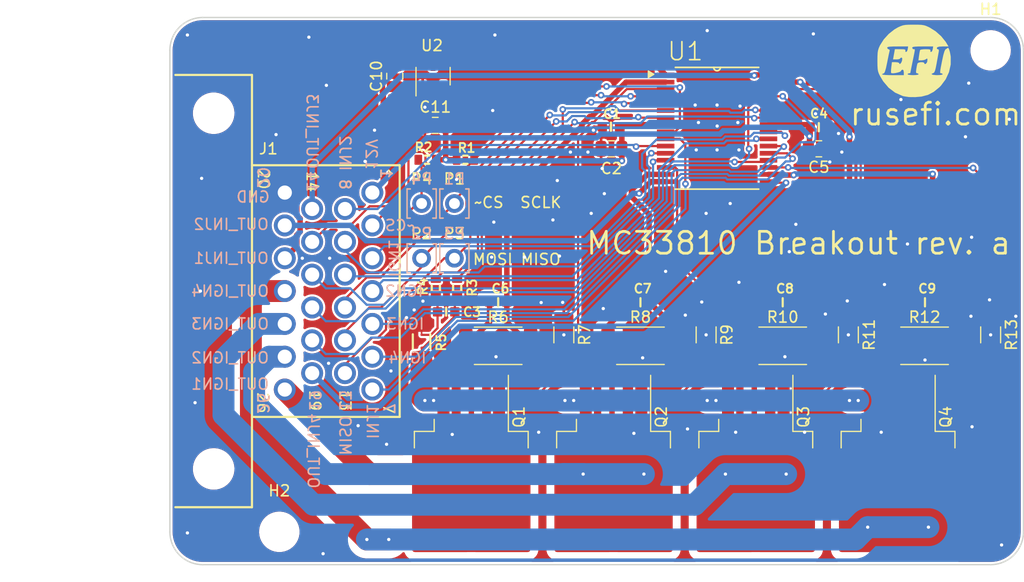
<source format=kicad_pcb>
(kicad_pcb (version 20221018) (generator pcbnew)
  (title_block (title "GDI 4ch") (date "2023-05-14") (rev "Rev. d") (company "http://rusefi.com/"))
  (layers (0 "F.Cu" signal) (31 "B.Cu" signal) (34 "B.Paste" user) (35 "F.Paste" user) (36 "B.SilkS" user "B.Silkscreen") (37 "F.SilkS" user "F.Silkscreen") (38 "B.Mask" user) (39 "F.Mask" user) (44 "Edge.Cuts" user))
  (net 0 "")
  (net 1 "GND")
  (net 2 "Net-(C3-Pad1)")
  (net 3 "Net-(C3-Pad2)")
  (net 4 "/OUT_IGN1")
  (net 5 "Net-(U1-FB0)")
  (net 6 "/OUT_IGN2")
  (net 7 "Net-(U1-FB1)")
  (net 8 "/OUT_IGN3")
  (net 9 "Net-(U1-FB2)")
  (net 10 "/OUT_IGN4")
  (net 11 "Net-(U1-FB3)")
  (net 12 "/IGN1")
  (net 13 "/IGN2")
  (net 14 "/IGN3")
  (net 15 "/IGN4")
  (net 16 "/INJ1")
  (net 17 "/INJ2")
  (net 18 "/INJ3")
  (net 19 "/INJ4")
  (net 20 "/~CS")
  (net 21 "/~OUTEN")
  (net 22 "/~SPKDUR")
  (net 23 "/NOMI")
  (net 24 "/MAXI")
  (net 25 "/OUT_INJ4")
  (net 26 "/OUT_INJ3")
  (net 27 "/OUT_INJ2")
  (net 28 "/OUT_INJ1")
  (net 29 "Net-(Q1-E)")
  (net 30 "Net-(U1-RSP)")
  (net 31 "Net-(U1-RSN)")
  (net 32 "+BATT")
  (net 33 "+3.3V")
  (net 34 "Net-(Q3-G)")
  (net 35 "Net-(Q4-G)")
  (net 36 "Net-(Q2-G)")
  (net 37 "Net-(Q1-G)")
  (net 38 "/SCLK")
  (net 39 "/MISO")
  (net 40 "/MOSI")
  (footprint "kicad6-libraries:rusefi_logo" (layer "F.Cu") (at 138 98)
    (fp_text reference "G1" hide)
    (fp_text value "RUSEFI_LOGO" hide)
  )
  (footprint "Package_TO_SOT_SMD:TO-263-2" (layer "F.Cu") (at 123.54 136.65 -90)
    (fp_text reference "Q3")
    (fp_text value "ISL9V3040S3S")
  )
  (footprint "Package_TO_SOT_SMD:SOT-23-3" (layer "F.Cu") (at 94.05 99.3625 90)
    (fp_text reference "U2")
    (fp_text value "XC6206P332MR")
  )
  (footprint "Resistor_SMD:R_2512_6332Metric" (layer "F.Cu") (at 126 124)
    (fp_text reference "R10")
    (fp_text value "36k")
  )
  (footprint "Connectors:6473423-1" (layer "F.Cu") (at 74 119 -90)
    (fp_text reference "J1")
    (fp_text value "6473423-1")
  )
  (footprint "Capacitor_SMD:C_0805_2012Metric" (layer "F.Cu") (at 94.25 103.8625)
    (fp_text reference "C11")
    (fp_text value "10u")
  )
  (footprint "Package_TO_SOT_SMD:TO-263-2" (layer "F.Cu") (at 110.54 136.65 -90)
    (fp_text reference "Q2")
    (fp_text value "ISL9V3040S3S")
  )
  (footprint "hellen-one-common:R0603" (layer "F.Cu") (at 93.5 107)
    (fp_text reference "R2")
    (fp_text value "10k" hide)
  )
  (footprint "kicad6-libraries:Shunt_1206" (layer "F.Cu") (at 93 123.59998 90)
    (fp_text reference "R5")
    (fp_text value "0.02" hide)
  )
  (footprint "hellen-one-common:PAD-TH" (layer "F.Cu") (at 93 116)
    (fp_text reference "P2")
    (fp_text value "Pad" hide)
  )
  (footprint "hellen-one-common:R0603" (layer "F.Cu") (at 96.249046 118.7 -90)
    (fp_text reference "R3")
    (fp_text value "100" hide)
  )
  (footprint "Resistor_SMD:R_1206_3216Metric" (layer "F.Cu") (at 106 123 90)
    (fp_text reference "R7")
    (fp_text value "4.02k")
  )
  (footprint "Package_TO_SOT_SMD:TO-263-2" (layer "F.Cu") (at 97.54 136.65 -90)
    (fp_text reference "Q1")
    (fp_text value "ISL9V3040S3S")
  )
  (footprint "hellen-one-common:R0603" (layer "F.Cu") (at 97 107 180)
    (fp_text reference "R1")
    (fp_text value "10k" hide)
  )
  (footprint "Resistor_SMD:R_2512_6332Metric" (layer "F.Cu") (at 138.9625 124)
    (fp_text reference "R12")
    (fp_text value "36k")
  )
  (footprint "Package_TO_SOT_SMD:TO-263-2" (layer "F.Cu") (at 136.54 136.65 -90)
    (fp_text reference "Q4")
    (fp_text value "ISL9V3040S3S")
  )
  (footprint "hellen-one-common:C0603" (layer "F.Cu") (at 139 120)
    (fp_text reference "C9")
    (fp_text value "100n" hide)
  )
  (footprint "hellen-one-common:C0603" (layer "F.Cu") (at 100 120)
    (fp_text reference "C6")
    (fp_text value "100n" hide)
  )
  (footprint "hellen-one-common:PAD-TH" (layer "F.Cu") (at 93 111)
    (fp_text reference "P4")
    (fp_text value "Pad" hide)
  )
  (footprint "Capacitor_SMD:C_0805_2012Metric" (layer "F.Cu") (at 90.55 99.3625 90)
    (fp_text reference "C10")
    (fp_text value "10u")
  )
  (footprint "Resistor_SMD:R_1206_3216Metric" (layer "F.Cu") (at 119 123 90)
    (fp_text reference "R9")
    (fp_text value "4.02k")
  )
  (footprint "hellen-one-common:C0603" (layer "F.Cu") (at 113 120)
    (fp_text reference "C7")
    (fp_text value "100n" hide)
  )
  (footprint "hellen-one-common:PAD-TH" (layer "F.Cu") (at 96 111)
    (fp_text reference "P1")
    (fp_text value "Pad" hide)
  )
  (footprint "Capacitor_SMD:C_0805_2012Metric" (layer "F.Cu") (at 129.301 106 180)
    (fp_text reference "C5")
    (fp_text value "10u")
  )
  (footprint "hellen-one-common:C0603" (layer "F.Cu") (at 126 120)
    (fp_text reference "C8")
    (fp_text value "100n" hide)
  )
  (footprint "hellen-one-common:PAD-TH" (layer "F.Cu") (at 96 116)
    (fp_text reference "P3")
    (fp_text value "Pad" hide)
  )
  (footprint "Resistor_SMD:R_2512_6332Metric" (layer "F.Cu") (at 113 124)
    (fp_text reference "R8")
    (fp_text value "36k")
  )
  (footprint "Capacitor_SMD:C_0805_2012Metric" (layer "F.Cu") (at 110.351 106)
    (fp_text reference "C2")
    (fp_text value "10u")
  )
  (footprint "hellen-one-common:C0603" (layer "F.Cu") (at 110.301 104 180)
    (fp_text reference "C1")
    (fp_text value "100n" hide)
  )
  (footprint "hellen-one-common:R0603" (layer "F.Cu") (at 94.3 118.7 -90)
    (fp_text reference "R4")
    (fp_text value "100" hide)
  )
  (footprint "MountingHole:MountingHole_3.2mm_M3_ISO14580" (layer "F.Cu") (at 145 97)
    (fp_text reference "H1")
    (fp_text value "M3")
  )
  (footprint "Resistor_SMD:R_1206_3216Metric" (layer "F.Cu") (at 145 123 90)
    (fp_text reference "R13")
    (fp_text value "4.02k")
  )
  (footprint "MountingHole:MountingHole_3.2mm_M3_ISO14580" (layer "F.Cu") (at 80 141)
    (fp_text reference "H2")
    (fp_text value "M3")
  )
  (footprint "kicad6-libraries:Mcz33810" (layer "F.Cu") (at 120 104.1232)
    (fp_text reference "U1")
    (fp_text value "MCZ33810EK" hide)
  )
  (footprint "Resistor_SMD:R_1206_3216Metric" (layer "F.Cu") (at 132 123 90)
    (fp_text reference "R11")
    (fp_text value "4.02k")
  )
  (footprint "Resistor_SMD:R_2512_6332Metric" (layer "F.Cu") (at 100 124)
    (fp_text reference "R6")
    (fp_text value "36k")
  )
  (footprint "hellen-one-common:C0603" (layer "F.Cu") (at 95.249046 120.9 180)
    (fp_text reference "C3")
    (fp_text value "100p" hide)
  )
  (footprint "hellen-one-common:C0603" (layer "F.Cu") (at 129.301 104)
    (fp_text reference "C4")
    (fp_text value "100n" hide)
  )
  (gr_line (start 70 141) (end 70 97) (stroke (width 0.127)) (layer "Edge.Cuts"))
  (gr_arc (start 145 94) (mid 147.12132 94.87868) (end 148 97) (stroke (width 0.127)) (layer "Edge.Cuts"))
  (gr_arc (start 73 144) (mid 70.87868 143.12132) (end 70 141) (stroke (width 0.127)) (layer "Edge.Cuts"))
  (gr_line (start 148 97) (end 148 141) (stroke (width 0.127)) (layer "Edge.Cuts"))
  (gr_arc (start 70 97) (mid 70.87868 94.87868) (end 73 94) (stroke (width 0.127)) (layer "Edge.Cuts"))
  (gr_line (start 145 144) (end 73 144) (stroke (width 0.127)) (layer "Edge.Cuts"))
  (gr_line (start 73 94) (end 145 94) (stroke (width 0.127)) (layer "Edge.Cuts"))
  (gr_arc (start 148 141) (mid 147.12132 143.12132) (end 145 144) (stroke (width 0.127)) (layer "Edge.Cuts"))
  (gr_text "OUT_IGN3" (at 75.5 122) (layer "B.SilkS") (effects (font (size 1 1)) (justify mirror)))
  (gr_text "MISO" (at 86 132.2 -90) (layer "B.SilkS") (effects (font (size 1 1)) (justify mirror)))
  (gr_text "OUT_INJ2" (at 75.6 112.9) (layer "B.SilkS") (effects (font (size 1 1)) (justify mirror)))
  (gr_text "IGN4" (at 91.7 125.1) (layer "B.SilkS") (effects (font (size 1 1)) (justify mirror)))
  (gr_text "IGN3" (at 91.5 122) (layer "B.SilkS") (effects (font (size 1 1)) (justify mirror)))
  (gr_text "OUT_INJ4" (at 83.1 133.6 -90) (layer "B.SilkS") (effects (font (size 1 1)) (justify mirror)))
  (gr_text "GND" (at 77.6 110.4) (layer "B.SilkS") (effects (font (size 1 1)) (justify mirror)))
  (gr_text "OUT_INJ3" (at 83 104.4 -90) (layer "B.SilkS") (effects (font (size 1 1)) (justify mirror)))
  (gr_text "IGN1" (at 90.5 116 -90) (layer "B.SilkS") (effects (font (size 1 1)) (justify mirror)))
  (gr_text "INJ2" (at 86 106.4 -90) (layer "B.SilkS") (effects (font (size 1 1)) (justify mirror)))
  (gr_text "OUT_IGN4" (at 75.5 119) (layer "B.SilkS") (effects (font (size 1 1)) (justify mirror)))
  (gr_text "INJ1" (at 88.5 130.9 -90) (layer "B.SilkS") (effects (font (size 1 1)) (justify mirror)))
  (gr_text "12V" (at 88.4 106.5 -90) (layer "B.SilkS") (effects (font (size 1 1)) (justify mirror)))
  (gr_text "~CS" (at 91 113) (layer "B.SilkS") (effects (font (size 1 1)) (justify mirror)))
  (gr_text "IGN2" (at 91.4 119) (layer "B.SilkS") (effects (font (size 1 1)) (justify mirror)))
  (gr_text "OUT_IGN2" (at 75.5 125.1) (layer "B.SilkS") (effects (font (size 1 1)) (justify mirror)))
  (gr_text "OUT_INJ1" (at 75.6 116) (layer "B.SilkS") (effects (font (size 1 1)) (justify mirror)))
  (gr_text "OUT_IGN1" (at 75.5 127.5) (layer "B.SilkS") (effects (font (size 1 1)) (justify mirror)))
  (gr_text "MC33810 Breakout rev. a" (at 107.9 115.8) (layer "F.SilkS") (effects (font (size 2 2) (thickness 0.25)) (justify left bottom)))
  (gr_text "rusefi.com" (at 132 104) (layer "F.SilkS") (effects (font (size 2 2) (thickness 0.25)) (justify left bottom)))
  (gr_text "~CS  SCLK" (at 101.8 110.9) (layer "F.SilkS") (effects (font (size 1 1))))
  (gr_text "MOSI MISO" (at 101.7 116.1) (layer "F.SilkS") (effects (font (size 1 1))))
  (segment (start 118 102) (end 119.919394 103.919394) (width 0.2) (layer "F.Cu") (net 1))
  (segment (start 120 104.2) (end 118.1 106.1) (width 0.2) (layer "F.Cu") (net 1))
  (segment (start 120.6 103.6) (end 121.9 103.6) (width 0.2) (layer "F.Cu") (net 1))
  (segment (start 120 104.1232) (end 120 103.929288) (width 0.2) (layer "F.Cu") (net 1))
  (segment (start 120 104.1232) (end 120 102) (width 0.2) (layer "F.Cu") (net 1))
  (segment (start 119.919394 103.919394) (end 120.009894 103.919394) (width 0.2) (layer "F.Cu") (net 1))
  (segment (start 120 104.1232) (end 120 106.1) (width 0.2) (layer "F.Cu") (net 1))
  (segment (start 120 104.1232) (end 120 104.2) (width 0.2) (layer "F.Cu") (net 1))
  (segment (start 120 104.1232) (end 120.5232 103.6) (width 0.2) (layer "F.Cu") (net 1))
  (segment (start 120.0232 104.1232) (end 122 106.1) (width 0.2) (layer "F.Cu") (net 1))
  (segment (start 120 104.1232) (end 120.0768 104.1232) (width 0.2) (layer "F.Cu") (net 1))
  (segment (start 120.5232 103.6) (end 120.6 103.6) (width 0.2) (layer "F.Cu") (net 1))
  (segment (start 120 104.1232) (end 118.8232 104.1232) (width 0.2) (layer "F.Cu") (net 1))
  (segment (start 120 103.929288) (end 120.009894 103.919394) (width 0.2) (layer "F.Cu") (net 1))
  (segment (start 120.0768 104.1232) (end 122.1 102.1) (width 0.2) (layer "F.Cu") (net 1))
  (segment (start 120 104.1232) (end 120.0232 104.1232) (width 0.2) (layer "F.Cu") (net 1))
  (segment (start 118.8232 104.1232) (end 118.3 103.6) (width 0.2) (layer "F.Cu") (net 1))
  (segment (start 120.0768 104.1232) (end 120.6 103.6) (width 0.2) (layer "F.Cu") (net 1))
  (via (at 87.836181 107.15) (size 0.6) (drill 0.3) (layers "F.Cu" "B.Cu") (net 1))
  (via (at 143.3 131.4) (size 0.6) (drill 0.3) (layers "F.Cu" "B.Cu") (net 1))
  (via (at 108.7 104.3) (size 0.6) (drill 0.3) (layers "F.Cu" "B.Cu") (net 1))
  (via (at 109.6 120.6) (size 0.6) (drill 0.3) (layers "F.Cu" "B.Cu") (net 1))
  (via (at 103.926875 120.05) (size 0.6) (drill 0.3) (layers "F.Cu" "B.Cu") (net 1))
  (via (at 142.7 104.9) (size 0.6) (drill 0.3) (layers "F.Cu" "B.Cu") (net 1))
  (via (at 121.2 111) (size 0.6) (drill 0.3) (layers "F.Cu" "B.Cu") (net 1))
  (via (at 99.8 125) (size 0.6) (drill 0.3) (layers "F.Cu" "B.Cu") (net 1))
  (via (at 91.622792 121.422792) (size 0.6) (drill 0.3) (layers "F.Cu" "B.Cu") (net 1))
  (via (at 84 143) (size 0.6) (drill 0.3) (layers "F.Cu" "B.Cu") (net 1))
  (via (at 92.322792 120.722792) (size 0.6) (drill 0.3) (layers "F.Cu" "B.Cu") (net 1))
  (via (at 129.9 121.1) (size 0.6) (drill 0.3) (layers "F.Cu" "B.Cu") (net 1))
  (via (at 119 123) (size 0.6) (drill 0.3) (layers "F.Cu" "B.Cu") (net 1))
  (via (at 128.8 95.5) (size 0.6) (drill 0.3) (layers "F.Cu" "B.Cu") (net 1))
  (via (at 72.3 129.2) (size 0.6) (drill 0.3) (layers "F.Cu" "B.Cu") (net 1))
  (via (at 72.9 108.7) (size 0.6) (drill 0.3) (layers "F.Cu" "B.Cu") (net 1))
  (via (at 71.6 141.1) (size 0.6) (drill 0.3) (layers "F.Cu" "B.Cu") (net 1))
  (via (at 71.6 95.6) (size 0.6) (drill 0.3) (layers "F.Cu" "B.Cu") (net 1))
  (via (at 105.6 115.8) (size 0.6) (drill 0.3) (layers "F.Cu" "B.Cu") (net 1))
  (via (at 126.6 115.4) (size 0.6) (drill 0.3) (layers "F.Cu" "B.Cu") (net 1))
  (via (at 115.3 117.2) (size 0.6) (drill 0.3) (layers "F.Cu" "B.Cu") (net 1))
  (via (at 129 102.8) (size 0.6) (drill 0.3) (layers "F.Cu" "B.Cu") (net 1))
  (via (at 109.7 110.1) (size 0.6) (drill 0.3) (layers "F.Cu" "B.Cu") (net 1))
  (via (at 99.7 95.6) (size 0.6) (drill 0.3) (layers "F.Cu" "B.Cu") (net 1))
  (via (at 82.7 95.8) (size 0.6) (drill 0.3) (layers "F.Cu" "B.Cu") (net 1))
  (via (at 126.2 125) (size 0.6) (drill 0.3) (layers "F.Cu" "B.Cu") (net 1))
  (via (at 99.5 102.5) (size 0.6) (drill 0.3) (layers "F.Cu" "B.Cu") (net 1))
  (via (at 131.9 119.9) (size 0.6) (drill 0.3) (layers "F.Cu" "B.Cu") (net 1))
  (via (at 120 106.1) (size 0.6) (drill 0.3) (layers "F.Cu" "B.Cu") (net 1))
  (via (at 122 106.1) (size 0.6) (drill 0.3) (layers "F.Cu" "B.Cu") (net 1))
  (via (at 146.7 103.3) (size 0.6) (drill 0.3) (layers "F.Cu" "B.Cu") (net 1))
  (via (at 143.261586 114.081666) (size 0.6) (drill 0.3) (layers "F.Cu" "B.Cu") (net 1))
  (via (at 105.4 108.9) (size 0.6) (drill 0.3) (layers "F.Cu" "B.Cu") (net 1))
  (via (at 143.2 121.3) (size 0.6) (drill 0.3) (layers "F.Cu" "B.Cu") (net 1))
  (via (at 128 131.9) (size 0.6) (drill 0.3) (layers "F.Cu" "B.Cu") (net 1))
  (via (at 120 102) (size 0.6) (drill 0.3) (layers "F.Cu" "B.Cu") (net 1))
  (via (at 135 131.9) (size 0.6) (drill 0.3) (layers "F.Cu" "B.Cu") (net 1))
  (via (at 109.5 107.8) (size 0.6) (drill 0.3) (layers "F.Cu" "B.Cu") (net 1))
  (via (at 105.892726 120.034481) (size 0.6) (drill 0.3) (layers "F.Cu" "B.Cu") (net 1))
  (via (at 146 142.2) (size 0.6) (drill 0.3) (layers "F.Cu" "B.Cu") (net 1))
  (via (at 121.9 103.6) (size 0.6) (drill 0.3) (layers "F.Cu" "B.Cu") (net 1))
  (via (at 84.5 125.6) (size 0.6) (drill 0.3) (layers "F.Cu" "B.Cu") (net 1))
  (via (at 139 125.3) (size 0.6) (drill 0.3) (layers "F.Cu" "B.Cu") (net 1))
  (via (at 106.600002 106.3) (size 0.6) (drill 0.3) (layers "F.Cu" "B.Cu") (net 1))
  (via (at 135.3 118.4) (size 0.6) (drill 0.3) (layers "F.Cu" "B.Cu") (net 1))
  (via (at 143 100) (size 0.6) (drill 0.3) (layers "F.Cu" "B.Cu") (net 1))
  (via (at 122.1 102.1) (size 0.6) (drill 0.3) (layers "F.Cu" "B.Cu") (net 1))
  (via (at 90.2 126.3) (size 0.6) (drill 0.3) (layers "F.Cu" "B.Cu") (net 1))
  (via (at 93.3 102.2) (size 0.6) (drill 0.3) (layers "F.Cu" "B.Cu") (net 1))
  (via (at 145 123) (size 0.6) (drill 0.3) (layers "F.Cu" "B.Cu") (net 1))
  (via (at 118 102) (size 0.6) (drill 0.3) (layers "F.Cu" "B.Cu") (net 1))
  (via (at 102.4 115.9) (size 0.6) (drill 0.3) (layers "F.Cu" "B.Cu") (net 1))
  (via (at 117.1 121.2) (size 0.6) (drill 0.3) (layers "F.Cu" "B.Cu") (net 1))
  (via (at 108.5 111.9) (size 0.6) (drill 0.3) (layers "F.Cu" "B.Cu") (net 1))
  (via (at 95.8 132.1) (size 0.6) (drill 0.3) (layers "F.Cu" "B.Cu") (net 1))
  (via (at 112.4 132) (size 0.6) (drill 0.3) (layers "F.Cu" "B.Cu") (net 1))
  (via (at 117.3 131.6) (size 0.6) (drill 0.3) (layers "F.Cu" "B.Cu") (net 1))
  (via (at 119 111.9) (size 0.6) (drill 0.3) (layers "F.Cu" "B.Cu") (net 1))
  (via (at 132 123) (size 0.6) (drill 0.3) (layers "F.Cu" "B.Cu") (net 1))
  (via (at 87.2 131.3) (size 0.6) (drill 0.3) (layers "F.Cu" "B.Cu") (net 1))
  (via (at 84.3 100.2) (size 0.6) (drill 0.3) (layers "F.Cu" "B.Cu") (net 1))
  (via (at 130.3 107.2) (size 0.6) (drill 0.3) (layers "F.Cu" "B.Cu") (net 1))
  (via (at 99.4 115.9) (size 0.6) (drill 0.3) (layers "F.Cu" "B.Cu") (net 1))
  (via (at 99.6 112.7) (size 0.6) (drill 0.3) (layers "F.Cu" "B.Cu") (net 1))
  (via (at 118.1 106.1) (size 0.6) (drill 0.3) (layers "F.Cu" "B.Cu") (net 1))
  (via (at 131.1 104.6) (size 0.6) (drill 0.3) (layers "F.Cu" "B.Cu") (net 1))
  (via (at 121.7 131.9) (size 0.6) (drill 0.3) (layers "F.Cu" "B.Cu") (net 1))
  (via (at 82.1 116) (size 0.6) (drill 0.3) (layers "F.Cu" "B.Cu") (net 1))
  (via (at 147.3 121.3) (size 0.6) (drill 0.3) (layers "F.Cu" "B.Cu") (net 1))
  (via (at 127.2 112.9) (size 0.6) (drill 0.3) (layers "F.Cu" "B.Cu") (net 1))
  (via (at 136.8 101.5) (size 0.6) (drill 0.3) (layers "F.Cu" "B.Cu") (net 1))
  (via (at 84.6 116) (size 0.6) (drill 0.3) (layers "F.Cu" "B.Cu") (net 1))
  (via (at 144.9 119.8) (size 0.6) (drill 0.3) (layers "F.Cu" "B.Cu") (net 1))
  (via (at 79.7 104.7) (size 0.6) (drill 0.3) (layers "F.Cu" "B.Cu") (net 1))
  (via (at 137.4 114.7) (size 0.6) (drill 0.3) (layers "F.Cu" "B.Cu") (net 1))
  (via (at 119.1 95.2) (size 0.6) (drill 0.3) (layers "F.Cu" "B.Cu") (net 1))
  (via (at 93.122792 119.922792) (size 0.6) (drill 0.3) (layers "F.Cu" "B.Cu") (net 1))
  (via (at 103.7 131.9) (size 0.6) (drill 0.3) (layers "F.Cu" "B.Cu") (net 1))
  (via (at 120.009894 103.919394) (size 0.6) (drill 0.3) (layers "F.Cu" "B.Cu") (net 1))
  (via (at 72.7875 119) (size 0.6) (drill 0.3) (layers "F.Cu" "B.Cu") (net 1))
  (via (at 96.2 108.8) (size 0.6) (drill 0.3) (layers "F.Cu" "B.Cu") (net 1))
  (via (at 118.6 120) (size 0.6) (drill 0.3) (layers "F.Cu" "B.Cu") (net 1))
  (via (at 88.7 104.3) (size 0.6) (drill 0.3) (layers "F.Cu" "B.Cu") (net 1))
  (via (at 106 123) (size 0.6) (drill 0.3) (layers "F.Cu" "B.Cu") (net 1))
  (via (at 118.3 103.6) (size 0.6) (drill 0.3) (layers "F.Cu" "B.Cu") (net 1))
  (via (at 122 118.2) (size 0.6) (drill 0.3) (layers "F.Cu" "B.Cu") (net 1))
  (via (at 89.8 133) (size 0.6) (drill 0.3) (layers "F.Cu" "B.Cu") (net 1))
  (via (at 108.2 106.3) (size 0.6) (drill 0.3) (layers "F.Cu" "B.Cu") (net 1))
  (via (at 131.4 106.3) (size 0.6) (drill 0.3) (layers "F.Cu" "B.Cu") (net 1))
  (via (at 105 112.5) (size 0.6) (drill 0.3) (layers "F.Cu" "B.Cu") (net 1))
  (via (at 113.2 125.1) (size 0.6) (drill 0.3) (layers "F.Cu" "B.Cu") (net 1))
  (segment (start 96.039047 120.9) (end 96.039047 119.709999) (width 0.2) (layer "F.Cu") (net 2))
  (segment (start 96.039047 119.709999) (end 96.249046 119.5) (width 0.2) (layer "F.Cu") (net 2))
  (segment (start 93.163797 124.17498) (end 93 124.17498) (width 0.2) (layer "F.Cu") (net 2))
  (segment (start 96.039047 121.29973) (end 93.163797 124.17498) (width 0.2) (layer "F.Cu") (net 2))
  (segment (start 96.039047 120.9) (end 96.039047 121.29973) (width 0.2) (layer "F.Cu") (net 2))
  (segment (start 94.459045 120.9) (end 94.459045 119.659045) (width 0.2) (layer "F.Cu") (net 3))
  (segment (start 94.459045 122.384758) (end 94.459045 120.9) (width 0.2) (layer "F.Cu") (net 3))
  (segment (start 93 123) (end 93.843803 123) (width 0.2) (layer "F.Cu") (net 3))
  (segment (start 94.459045 119.659045) (end 94.3 119.5) (width 0.2) (layer "F.Cu") (net 3))
  (segment (start 93.843803 123) (end 94.459045 122.384758) (width 0.2) (layer "F.Cu") (net 3))
  (segment (start 80.5 128) (end 88.225 135.725) (width 2) (layer "F.Cu") (net 4))
  (segment (start 97.55 124.5125) (end 97.55 132.94) (width 0.5) (layer "F.Cu") (net 4))
  (segment (start 99.209999 120) (end 99.209999 121.827501) (width 0.5) (layer "F.Cu") (net 4))
  (segment (start 97.55 132.94) (end 94.765 135.725) (width 0.5) (layer "F.Cu") (net 4))
  (segment (start 88.225 135.725) (end 94.765 135.725) (width 2) (layer "F.Cu") (net 4))
  (segment (start 99.209999 121.827501) (end 97.0375 124) (width 0.5) (layer "F.Cu") (net 4))
  (segment (start 97.0375 124) (end 97.55 124.5125) (width 0.5) (layer "F.Cu") (net 4))
  (segment (start 107.65 103.940351) (end 107.65 103.765075) (width 0.5) (layer "F.Cu") (net 5))
  (segment (start 100.790001 120) (end 100.790001 121.827501) (width 0.5) (layer "F.Cu") (net 5))
  (segment (start 100.790001 121.827501) (end 102.9625 124) (width 0.5) (layer "F.Cu") (net 5))
  (segment (start 108.540351 103.05) (end 111.683551 99.9068) (width 0.5) (layer "F.Cu") (net 5))
  (segment (start 103.425 124.4625) (end 102.9625 124) (width 0.5) (layer "F.Cu") (net 5))
  (segment (start 111.683551 99.9068) (end 115.301 99.9068) (width 0.5) (layer "F.Cu") (net 5))
  (segment (start 106 124.4625) (end 103.425 124.4625) (width 0.5) (layer "F.Cu") (net 5))
  (segment (start 100.790001 120) (end 100.790001 110.80035) (width 0.5) (layer "F.Cu") (net 5))
  (segment (start 108.365076 103.05) (end 108.540351 103.05) (width 0.5) (layer "F.Cu") (net 5))
  (segment (start 100.790001 110.80035) (end 107.65 103.940351) (width 0.5) (layer "F.Cu") (net 5))
  (segment (start 107.65 103.765075) (end 108.365076 103.05) (width 0.5) (layer "F.Cu") (net 5))
  (segment (start 110.0375 122.172499) (end 110.0375 124) (width 0.5) (layer "F.Cu") (net 6))
  (segment (start 110.4 133.09) (end 107.765 135.725) (width 0.5) (layer "F.Cu") (net 6))
  (segment (start 110.0375 124) (end 110.4 124.3625) (width 0.5) (layer "F.Cu") (net 6))
  (segment (start 110.4 124.3625) (end 110.4 133.09) (width 0.5) (layer "F.Cu") (net 6))
  (segment (start 112.209999 120) (end 110.0375 122.172499) (width 0.5) (layer "F.Cu") (net 6))
  (via (at 107.765 135.725) (size 0.6) (drill 0.3) (layers "F.Cu" "B.Cu") (net 6))
  (via (at 113.315 135.725) (size 0.6) (drill 0.3) (layers "F.Cu" "B.Cu") (net 6))
  (segment (start 77.7 129.159798) (end 84.265202 135.725) (width 2) (layer "B.Cu") (net 6))
  (segment (start 80.5 125) (end 79.085787 125) (width 2) (layer "B.Cu") (net 6))
  (segment (start 106 135.725) (end 113.315 135.725) (width 2) (layer "B.Cu") (net 6))
  (segment (start 106 135.725) (end 107.765 135.725) (width 2) (layer "B.Cu") (net 6))
  (segment (start 77.7 126.385787) (end 77.7 129.159798) (width 2) (layer "B.Cu") (net 6))
  (segment (start 79.085787 125) (end 77.7 126.385787) (width 2) (layer "B.Cu") (net 6))
  (segment (start 84.265202 135.725) (end 106 135.725) (width 2) (layer "B.Cu") (net 6))
  (segment (start 112.178682 110.368632) (end 112.178682 109.788732) (width 0.5) (layer "F.Cu") (net 7))
  (segment (start 115.9625 122.172499) (end 115.9625 124) (width 0.5) (layer "F.Cu") (net 7))
  (segment (start 113.790001 120) (end 115.9625 122.172499) (width 0.5) (layer "F.Cu") (net 7))
  (segment (start 113.790001 120) (end 113.790001 111.979951) (width 0.5) (layer "F.Cu") (net 7))
  (segment (start 113.627814 108.3396) (end 115.301 108.3396) (width 0.5) (layer "F.Cu") (net 7))
  (segment (start 112.178682 109.788732) (end 113.627814 108.3396) (width 0.5) (layer "F.Cu") (net 7))
  (segment (start 113.790001 111.979951) (end 112.178682 110.368632) (width 0.5) (layer "F.Cu") (net 7))
  (segment (start 119 124.4625) (end 116.425 124.4625) (width 0.5) (layer "F.Cu") (net 7))
  (segment (start 116.425 124.4625) (end 115.9625 124) (width 0.5) (layer "F.Cu") (net 7))
  (segment (start 125.209999 120) (end 123.0375 122.172499) (width 0.5) (layer "F.Cu") (net 8))
  (segment (start 123.4 124.3625) (end 123.4 133.09) (width 0.5) (layer "F.Cu") (net 8))
  (segment (start 123.4 133.09) (end 120.765 135.725) (width 0.5) (layer "F.Cu") (net 8))
  (segment (start 123.0375 124) (end 123.4 124.3625) (width 0.5) (layer "F.Cu") (net 8))
  (segment (start 123.0375 122.172499) (end 123.0375 124) (width 0.5) (layer "F.Cu") (net 8))
  (via (at 126.315 135.725) (size 0.6) (drill 0.3) (layers "F.Cu" "B.Cu") (net 8))
  (via (at 120.765 135.725) (size 0.6) (drill 0.3) (layers "F.Cu" "B.Cu") (net 8))
  (segment (start 74.9 125.225989) (end 74.9 130.319596) (width 2) (layer "B.Cu") (net 8))
  (segment (start 78.125989 122) (end 74.9 125.225989) (width 2) (layer "B.Cu") (net 8))
  (segment (start 117.965 138.525) (end 119.395 137.095) (width 2) (layer "B.Cu") (net 8))
  (segment (start 74.9 130.319596) (end 83.105404 138.525) (width 2) (layer "B.Cu") (net 8))
  (segment (start 119.395 137.095) (end 120.765 135.725) (width 2) (layer "B.Cu") (net 8))
  (segment (start 83.105404 138.525) (end 117.965 138.525) (width 2) (layer "B.Cu") (net 8))
  (segment (start 80.5 122) (end 78.125989 122) (width 2) (layer "B.Cu") (net 8))
  (segment (start 120.765 135.725) (end 126.315 135.725) (width 2) (layer "B.Cu") (net 8))
  (segment (start 124.7058 99.9) (end 124.699 99.9068) (width 0.5) (layer "F.Cu") (net 9))
  (segment (start 126.790001 120) (end 128.9625 122.172499) (width 0.5) (layer "F.Cu") (net 9))
  (segment (start 132 124.4625) (end 129.425 124.4625) (width 0.5) (layer "F.Cu") (net 9))
  (segment (start 128.9625 122.172499) (end 128.9625 124) (width 0.5) (layer "F.Cu") (net 9))
  (segment (start 127.6 99.9) (end 124.7058 99.9) (width 0.5) (layer "F.Cu") (net 9))
  (segment (start 132.1 114.690001) (end 132.1 104.9) (width 0.5) (layer "F.Cu") (net 9))
  (segment (start 129.425 124.4625) (end 128.9625 124) (width 0.5) (layer "F.Cu") (net 9))
  (segment (start 126.790001 120) (end 132.1 114.690001) (width 0.5) (layer "F.Cu") (net 9))
  (via (at 127.6 99.9) (size 0.6) (drill 0.3) (layers "F.Cu" "B.Cu") (net 9))
  (via (at 132.1 104.9) (size 0.6) (drill 0.3) (layers "F.Cu" "B.Cu") (net 9))
  (segment (start 132.1 104.4) (end 127.6 99.9) (width 0.5) (layer "B.Cu") (net 9))
  (segment (start 132.1 104.9) (end 132.1 104.4) (width 0.5) (layer "B.Cu") (net 9))
  (segment (start 136.4 124.4) (end 136.4 133.09) (width 0.5) (layer "F.Cu") (net 10))
  (segment (start 138.209999 120) (end 136 122.209999) (width 0.5) (layer "F.Cu") (net 10))
  (segment (start 80.5 119) (end 78.3 119) (width 2) (layer "F.Cu") (net 10))
  (segment (start 136 122.209999) (end 136 124) (width 0.5) (layer "F.Cu") (net 10))
  (segment (start 77.4 131.1) (end 88 141.7) (width 2) (layer "F.Cu") (net 10))
  (segment (start 77.4 119.9) (end 77.4 131.1) (width 2) (layer "F.Cu") (net 10))
  (segment (start 136 124) (end 136.4 124.4) (width 0.5) (layer "F.Cu") (net 10))
  (segment (start 136.4 133.09) (end 133.765 135.725) (width 0.5) (layer "F.Cu") (net 10))
  (segment (start 78.3 119) (end 77.4 119.9) (width 2) (layer "F.Cu") (net 10))
  (segment (start 90 141.7) (end 88 141.7) (width 2) (layer "F.Cu") (net 10))
  (via (at 88 141.7) (size 0.6) (drill 0.3) (layers "F.Cu" "B.Cu") (net 10))
  (via (at 90 141.7) (size 0.6) (drill 0.3) (layers "F.Cu" "B.Cu") (net 10))
  (via (at 133.765 140.575) (size 0.6) (drill 0.3) (layers "F.Cu" "B.Cu") (net 10))
  (via (at 139.315 140.575) (size 0.6) (drill 0.3) (layers "F.Cu" "B.Cu") (net 10))
  (segment (start 90 141.7) (end 88 141.7) (width 2) (layer "B.Cu") (net 10))
  (segment (start 133.765 140.575) (end 132.64 141.7) (width 2) (layer "B.Cu") (net 10))
  (segment (start 133.765 140.575) (end 139.315 140.575) (width 2) (layer "B.Cu") (net 10))
  (segment (start 132.64 141.7) (end 90 141.7) (width 2) (layer "B.Cu") (net 10))
  (segment (start 127 108.4) (end 126.0595 108.4) (width 0.5) (layer "F.Cu") (net 11))
  (segment (start 126.0595 108.4) (end 125.9991 108.3396) (width 0.5) (layer "F.Cu") (net 11))
  (segment (start 139.790001 120) (end 139.7 119.909999) (width 0.5) (layer "F.Cu") (net 11))
  (segment (start 142.3875 124.4625) (end 141.925 124) (width 0.5) (layer "F.Cu") (net 11))
  (segment (start 145 124.4625) (end 142.3875 124.4625) (width 0.5) (layer "F.Cu") (net 11))
  (segment (start 141.925 122.134999) (end 141.925 124) (width 0.5) (layer "F.Cu") (net 11))
  (segment (start 125.9991 108.3396) (end 124.699 108.3396) (width 0.5) (layer "F.Cu") (net 11))
  (segment (start 139.790001 120) (end 141.925 122.134999) (width 0.5) (layer "F.Cu") (net 11))
  (segment (start 139.7 119.909999) (end 139.7 108.3) (width 0.5) (layer "F.Cu") (net 11))
  (via (at 127 108.4) (size 0.6) (drill 0.3) (layers "F.Cu" "B.Cu") (net 11))
  (via (at 139.7 108.3) (size 0.6) (drill 0.3) (layers "F.Cu" "B.Cu") (net 11))
  (segment (start 139.7 108.3) (end 127.1 108.3) (width 0.5) (layer "B.Cu") (net 11))
  (segment (start 127.1 108.3) (end 127 108.4) (width 0.5) (layer "B.Cu") (net 11))
  (segment (start 125.8534 104.4534) (end 126.2 104.8) (width 0.2) (layer "F.Cu") (net 12))
  (segment (start 124.699 104.4534) (end 125.8534 104.4534) (width 0.2) (layer "F.Cu") (net 12))
  (via (at 126.2 104.8) (size 0.6) (drill 0.3) (layers "F.Cu" "B.Cu") (net 12))
  (segment (start 113.15 107.744974) (end 113.15 106.472182) (width 0.2) (layer "B.Cu") (net 12))
  (segment (start 89.6 114.9) (end 108.620104 114.9) (width 0.2) (layer "B.Cu") (net 12))
  (segment (start 125.9384 104.5384) (end 126.2 104.8) (width 0.2) (layer "B.Cu") (net 12))
  (segment (start 120.476345 105.15) (end 120.754164 104.872182) (width 0.2) (layer "B.Cu") (net 12))
  (segment (start 123.372182 104.5384) (end 125.9384 104.5384) (width 0.2) (layer "B.Cu") (net 12))
  (segment (start 114.472182 105.15) (end 120.476345 105.15) (width 0.2) (layer "B.Cu") (net 12))
  (segment (start 113.45 110.285182) (end 113.45 108.044974) (width 0.2) (layer "B.Cu") (net 12))
  (segment (start 113.45 108.044974) (end 113.15 107.744974) (width 0.2) (layer "B.Cu") (net 12))
  (segment (start 113.15 106.472182) (end 114.472182 105.15) (width 0.2) (layer "B.Cu") (net 12))
  (segment (start 123.0384 104.872182) (end 123.372182 104.5384) (width 0.2) (layer "B.Cu") (net 12))
  (segment (start 108.620104 114.9) (end 112.870104 110.65) (width 0.2) (layer "B.Cu") (net 12))
  (segment (start 120.754164 104.872182) (end 123.0384 104.872182) (width 0.2) (layer "B.Cu") (net 12))
  (segment (start 88.5 116) (end 89.6 114.9) (width 0.2) (layer "B.Cu") (net 12))
  (segment (start 113.085182 110.65) (end 113.45 110.285182) (width 0.2) (layer "B.Cu") (net 12))
  (segment (start 112.870104 110.65) (end 113.085182 110.65) (width 0.2) (layer "B.Cu") (net 12))
  (segment (start 124.699 105.0884) (end 123.599998 105.0884) (width 0.2) (layer "F.Cu") (net 13))
  (via (at 123.599998 105.0884) (size 0.6) (drill 0.3) (layers "F.Cu" "B.Cu") (net 13))
  (segment (start 120.871321 105.25) (end 123.438398 105.25) (width 0.2) (layer "B.Cu") (net 13))
  (segment (start 114.7 107.920104) (end 117.120104 105.5) (width 0.2) (layer "B.Cu") (net 13))
  (segment (start 120.62132 105.5) (end 120.871321 105.25) (width 0.2) (layer "B.Cu") (net 13))
  (segment (start 117.120104 105.5) (end 120.62132 105.5) (width 0.2) (layer "B.Cu") (net 13))
  (segment (start 107.220104 118) (end 114.7 110.520104) (width 0.2) (layer "B.Cu") (net 13))
  (segment (start 89.5 118) (end 107.220104 118) (width 0.2) (layer "B.Cu") (net 13))
  (segment (start 88.5 119) (end 89.5 118) (width 0.2) (layer "B.Cu") (net 13))
  (segment (start 114.7 110.520104) (end 114.7 107.920104) (width 0.2) (layer "B.Cu") (net 13))
  (segment (start 123.438398 105.25) (end 123.599998 105.0884) (width 0.2) (layer "B.Cu") (net 13))
  (segment (start 124.699 105.7488) (end 126.0488 105.7488) (width 0.2) (layer "F.Cu") (net 14))
  (segment (start 126.0488 105.7488) (end 126.1 105.8) (width 0.2) (layer "F.Cu") (net 14))
  (via (at 126.1 105.8) (size 0.6) (drill 0.3) (layers "F.Cu" "B.Cu") (net 14))
  (segment (start 88.5 122) (end 91.823402 122) (width 0.2) (layer "B.Cu") (net 14))
  (segment (start 91.823402 122) (end 93.156082 120.66732) (width 0.2) (layer "B.Cu") (net 14))
  (segment (start 115.85 108.255026) (end 116.155023 107.950003) (width 0.2) (layer "B.Cu") (net 14))
  (segment (start 116.155023 107.950003) (end 121.077218 107.950003) (width 0.2) (layer "B.Cu") (net 14))
  (segment (start 121.227211 108.1) (end 123.705026 108.1) (width 0.2) (layer "B.Cu") (net 14))
  (segment (start 115.85 110.855026) (end 115.85 108.255026) (width 0.2) (layer "B.Cu") (net 14))
  (segment (start 93.156082 120.66732) (end 106.037706 120.66732) (width 0.2) (layer "B.Cu") (net 14))
  (segment (start 123.705026 108.1) (end 126.005026 105.8) (width 0.2) (layer "B.Cu") (net 14))
  (segment (start 121.077218 107.950003) (end 121.227211 108.1) (width 0.2) (layer "B.Cu") (net 14))
  (segment (start 106.037706 120.66732) (end 115.85 110.855026) (width 0.2) (layer "B.Cu") (net 14))
  (segment (start 126.005026 105.8) (end 126.1 105.8) (width 0.2) (layer "B.Cu") (net 14))
  (segment (start 126.4092 106.4092) (end 126.9 106.9) (width 0.2) (layer "F.Cu") (net 15))
  (segment (start 124.699 106.4092) (end 126.4092 106.4092) (width 0.2) (layer "F.Cu") (net 15))
  (via (at 126.9 106.9) (size 0.6) (drill 0.3) (layers "F.Cu" "B.Cu") (net 15))
  (segment (start 120.937257 108.8) (end 124.622182 108.8) (width 0.2) (layer "B.Cu") (net 15))
  (segment (start 124.622182 108.8) (end 126.272182 107.15) (width 0.2) (layer "B.Cu") (net 15))
  (segment (start 96.130604 121.367318) (end 96.275579 121.36732) (width 0.2) (layer "B.Cu") (net 15))
  (segment (start 96.275579 121.36732) (end 106.414141 121.36732) (width 0.2) (layer "B.Cu") (net 15))
  (segment (start 126.272182 107.15) (end 126.65 107.15) (width 0.2) (layer "B.Cu") (net 15))
  (segment (start 92.497921 125) (end 96.130599 121.36732) (width 0.2) (layer "B.Cu") (net 15))
  (segment (start 96.130599 121.36732) (end 96.130604 121.367318) (width 0.2) (layer "B.Cu") (net 15))
  (segment (start 116.55 111.23146) (end 116.55 108.944974) (width 0.2) (layer "B.Cu") (net 15))
  (segment (start 116.55 108.944974) (end 116.844974 108.65) (width 0.2) (layer "B.Cu") (net 15))
  (segment (start 126.65 107.15) (end 126.9 106.9) (width 0.2) (layer "B.Cu") (net 15))
  (segment (start 116.844974 108.65) (end 120.78726 108.65) (width 0.2) (layer "B.Cu") (net 15))
  (segment (start 106.414141 121.36732) (end 116.55 111.23146) (width 0.2) (layer "B.Cu") (net 15))
  (segment (start 120.78726 108.65) (end 120.937257 108.8) (width 0.2) (layer "B.Cu") (net 15))
  (segment (start 88.5 125) (end 92.497921 125) (width 0.2) (layer "B.Cu") (net 15))
  (segment (start 117.1 109.184827) (end 117.115173 109.2) (width 0.2) (layer "F.Cu") (net 16))
  (segment (start 116.6011 105.0884) (end 117.1 105.5873) (width 0.2) (layer "F.Cu") (net 16))
  (segment (start 117.1 105.5873) (end 117.1 109.184827) (width 0.2) (layer "F.Cu") (net 16))
  (segment (start 115.301 105.0884) (end 116.6011 105.0884) (width 0.2) (layer "F.Cu") (net 16))
  (via (at 117.115173 109.2) (size 0.6) (drill 0.3) (layers "F.Cu" "B.Cu") (net 16))
  (segment (start 88.5 128) (end 89.992893 128) (width 0.2) (layer "B.Cu") (net 16))
  (segment (start 117.115173 111.474776) (end 117.115173 109.2) (width 0.2) (layer "B.Cu") (net 16))
  (segment (start 89.992893 128) (end 96.275574 121.71732) (width 0.2) (layer "B.Cu") (net 16))
  (segment (start 106.872629 121.71732) (end 117.115173 111.474776) (width 0.2) (layer "B.Cu") (net 16))
  (segment (start 96.275574 121.71732) (end 106.872629 121.71732) (width 0.2) (layer "B.Cu") (net 16))
  (segment (start 115.301 105.7488) (end 112.6512 105.7488) (width 0.2) (layer "F.Cu") (net 17))
  (segment (start 112.6512 105.7488) (end 112.6 105.8) (width 0.2) (layer "F.Cu") (net 17))
  (via (at 112.6 105.8) (size 0.6) (drill 0.3) (layers "F.Cu" "B.Cu") (net 17))
  (segment (start 88.979899 111.5) (end 94.829899 105.65) (width 0.2) (layer "B.Cu") (net 17))
  (segment (start 112.45 105.65) (end 112.6 105.8) (width 0.2) (layer "B.Cu") (net 17))
  (segment (start 86 111.5) (end 88.979899 111.5) (width 0.2) (layer "B.Cu") (net 17))
  (segment (start 94.829899 105.65) (end 112.45 105.65) (width 0.2) (layer "B.Cu") (net 17))
  (segment (start 115.301 106.4092) (end 114.0092 106.4092) (width 0.2) (layer "F.Cu") (net 18))
  (segment (start 114.0092 106.4092) (end 114 106.4) (width 0.2) (layer "F.Cu") (net 18))
  (via (at 114 106.4) (size 0.6) (drill 0.3) (layers "F.Cu" "B.Cu") (net 18))
  (segment (start 107.265078 116.75) (end 113.015078 111) (width 0.2) (layer "B.Cu") (net 18))
  (segment (start 113.6 107.5) (end 113.6 106.8) (width 0.2) (layer "B.Cu") (net 18))
  (segment (start 113.015078 111) (end 113.230156 111) (width 0.2) (layer "B.Cu") (net 18))
  (segment (start 113.8 110.430156) (end 113.8 107.7) (width 0.2) (layer "B.Cu") (net 18))
  (segment (start 88.032233 117.3) (end 98.218023 117.3) (width 0.2) (layer "B.Cu") (net 18))
  (segment (start 113.230156 111) (end 113.8 110.430156) (width 0.2) (layer "B.Cu") (net 18))
  (segment (start 86 114.5) (end 86 115.267767) (width 0.2) (layer "B.Cu") (net 18))
  (segment (start 98.218023 117.3) (end 98.768023 116.75) (width 0.2) (layer "B.Cu") (net 18))
  (segment (start 113.6 106.8) (end 114 106.4) (width 0.2) (layer "B.Cu") (net 18))
  (segment (start 98.768023 116.75) (end 107.265078 116.75) (width 0.2) (layer "B.Cu") (net 18))
  (segment (start 113.8 107.7) (end 113.6 107.5) (width 0.2) (layer "B.Cu") (net 18))
  (segment (start 86 115.267767) (end 88.032233 117.3) (width 0.2) (layer "B.Cu") (net 18))
  (segment (start 115.301 107.0592) (end 114.278478 107.0592) (width 0.2) (layer "F.Cu") (net 19))
  (segment (start 114.278478 107.0592) (end 114.15 107.187678) (width 0.2) (layer "F.Cu") (net 19))
  (via (at 114.15 107.187678) (size 0.6) (drill 0.3) (layers "F.Cu" "B.Cu") (net 19))
  (segment (start 107.310052 117.1) (end 107.410053 117.1) (width 0.2) (layer "B.Cu") (net 19))
  (segment (start 106.760052 117.65) (end 107.310052 117.1) (width 0.2) (layer "B.Cu") (net 19))
  (segment (start 86.15 117.65) (end 106.760052 117.65) (width 0.2) (layer "B.Cu") (net 19))
  (segment (start 86 117.5) (end 86.15 117.65) (width 0.2) (layer "B.Cu") (net 19))
  (segment (start 113.160052 111.35) (end 113.37513 111.35) (width 0.2) (layer "B.Cu") (net 19))
  (segment (start 107.410053 117.1) (end 113.160052 111.35) (width 0.2) (layer "B.Cu") (net 19))
  (segment (start 114.15 110.57513) (end 114.15 107.187678) (width 0.2) (layer "B.Cu") (net 19))
  (segment (start 113.37513 111.35) (end 114.15 110.57513) (width 0.2) (layer "B.Cu") (net 19))
  (segment (start 93 111) (end 93 107.3) (width 0.2) (layer "F.Cu") (net 20))
  (segment (start 92.7 107.064975) (end 92.7 107) (width 0.2) (layer "F.Cu") (net 20))
  (segment (start 93 107.3) (end 92.7 107) (width 0.2) (layer "F.Cu") (net 20))
  (segment (start 92.75 111.25) (end 92.35 111.25) (width 0.2) (layer "F.Cu") (net 20))
  (segment (start 92.35 111.25) (end 91.9 111.7) (width 0.2) (layer "F.Cu") (net 20))
  (segment (start 97.91 108.06) (end 93.695024 108.06) (width 0.2) (layer "F.Cu") (net 20))
  (segment (start 89.8 111.7) (end 88.5 113) (width 0.2) (layer "F.Cu") (net 20))
  (segment (start 93.695024 108.06) (end 92.7 107.064975) (width 0.2) (layer "F.Cu") (net 20))
  (segment (start 91.9 111.7) (end 89.8 111.7) (width 0.2) (layer "F.Cu") (net 20))
  (segment (start 115.301 101.2022) (end 112.1022 101.2022) (width 0.2) (layer "F.Cu") (net 20))
  (segment (start 93 111) (end 92.75 111.25) (width 0.2) (layer "F.Cu") (net 20))
  (segment (start 109.4 101.1) (end 104.87 101.1) (width 0.2) (layer "F.Cu") (net 20))
  (segment (start 112.1022 101.2022) (end 112.1 101.2) (width 0.2) (layer "F.Cu") (net 20))
  (segment (start 104.87 101.1) (end 97.91 108.06) (width 0.2) (layer "F.Cu") (net 20))
  (via (at 112.1 101.2) (size 0.6) (drill 0.3) (layers "F.Cu" "B.Cu") (net 20))
  (via (at 109.4 101.1) (size 0.6) (drill 0.3) (layers "F.Cu" "B.Cu") (net 20))
  (segment (start 112.1 101.2) (end 109.5 101.2) (width 0.2) (layer "B.Cu") (net 20))
  (segment (start 109.5 101.2) (end 109.4 101.1) (width 0.2) (layer "B.Cu") (net 20))
  (segment (start 93.35 106.527452) (end 93.35 107.220001) (width 0.2) (layer "F.Cu") (net 21))
  (segment (start 97.09 107.71) (end 97.8 107) (width 0.2) (layer "F.Cu") (net 21))
  (segment (start 91.8 110) (end 91.8 106.777452) (width 0.2) (layer "F.Cu") (net 21))
  (segment (start 93.839999 107.71) (end 97.09 107.71) (width 0.2) (layer "F.Cu") (net 21))
  (segment (start 93.35 107.220001) (end 93.839999 107.71) (width 0.2) (layer "F.Cu") (net 21))
  (segment (start 90.55 111.25) (end 91.8 110) (width 0.2) (layer "F.Cu") (net 21))
  (segment (start 93.112548 106.29) (end 93.35 106.527452) (width 0.2) (layer "F.Cu") (net 21))
  (segment (start 86.5 113) (end 88.25 111.25) (width 0.2) (layer "F.Cu") (net 21))
  (segment (start 97.8 107) (end 104.5 100.3) (width 0.2) (layer "F.Cu") (net 21))
  (segment (start 116.6 100.4) (end 116.6 104.01) (width 0.2) (layer "F.Cu") (net 21))
  (segment (start 92.287452 106.29) (end 93.112548 106.29) (width 0.2) (layer "F.Cu") (net 21))
  (segment (start 83 114.5) (end 84.5 113) (width 0.2) (layer "F.Cu") (net 21))
  (segment (start 116.6 104.01) (end 116.1566 104.4534) (width 0.2) (layer "F.Cu") (net 21))
  (segment (start 104.5 100.3) (end 109.9 100.3) (width 0.2) (layer "F.Cu") (net 21))
  (segment (start 84.5 113) (end 86.5 113) (width 0.2) (layer "F.Cu") (net 21))
  (segment (start 91.8 106.777452) (end 92.287452 106.29) (width 0.2) (layer "F.Cu") (net 21))
  (segment (start 88.25 111.25) (end 90.55 111.25) (width 0.2) (layer "F.Cu") (net 21))
  (segment (start 116.1566 104.4534) (end 115.301 104.4534) (width 0.2) (layer "F.Cu") (net 21))
  (via (at 109.9 100.3) (size 0.6) (drill 0.3) (layers "F.Cu" "B.Cu") (net 21))
  (via (at 116.6 100.4) (size 0.6) (drill 0.3) (layers "F.Cu" "B.Cu") (net 21))
  (segment (start 116.5 100.3) (end 116.6 100.4) (width 0.2) (layer "B.Cu") (net 21))
  (segment (start 109.9 100.3) (end 116.5 100.3) (width 0.2) (layer "B.Cu") (net 21))
  (segment (start 124.5432 107.2) (end 121.6 107.2) (width 0.2) (layer "F.Cu") (net 22))
  (segment (start 124.699 107.0442) (end 124.5432 107.2) (width 0.2) (layer "F.Cu") (net 22))
  (via (at 121.6 107.2) (size 0.6) (drill 0.3) (layers "F.Cu" "B.Cu") (net 22))
  (segment (start 115.05 108.065078) (end 115.965078 107.15) (width 0.2) (layer "B.Cu") (net 22))
  (segment (start 115.05 110.665078) (end 115.05 108.065078) (width 0.2) (layer "B.Cu") (net 22))
  (segment (start 87.982233 120.25) (end 89.565075 120.25) (width 0.2) (layer "B.Cu") (net 22))
  (segment (start 83 117.5) (end 84.25 118.75) (width 0.2) (layer "B.Cu") (net 22))
  (segment (start 115.965078 107.15) (end 121.55 107.15) (width 0.2) (layer "B.Cu") (net 22))
  (segment (start 86.482233 118.75) (end 87.982233 120.25) (width 0.2) (layer "B.Cu") (net 22))
  (segment (start 91.065075 118.75) (end 106.965078 118.75) (width 0.2) (layer "B.Cu") (net 22))
  (segment (start 89.565075 120.25) (end 91.065075 118.75) (width 0.2) (layer "B.Cu") (net 22))
  (segment (start 106.965078 118.75) (end 115.05 110.665078) (width 0.2) (layer "B.Cu") (net 22))
  (segment (start 84.25 118.75) (end 86.482233 118.75) (width 0.2) (layer "B.Cu") (net 22))
  (segment (start 121.55 107.15) (end 121.6 107.2) (width 0.2) (layer "B.Cu") (net 22))
  (segment (start 122.926002 106) (end 122.85 105.923998) (width 0.2) (layer "F.Cu") (net 23))
  (segment (start 122.85 105.923998) (end 122.85 102.25) (width 0.2) (layer "F.Cu") (net 23))
  (segment (start 123.2628 101.8372) (end 124.699 101.8372) (width 0.2) (layer "F.Cu") (net 23))
  (segment (start 122.85 102.25) (end 123.2628 101.8372) (width 0.2) (layer "F.Cu") (net 23))
  (via (at 122.926002 106) (size 0.6) (drill 0.3) (layers "F.Cu" "B.Cu") (net 23))
  (segment (start 89.71005 120.6) (end 91.21005 119.1) (width 0.2) (layer "B.Cu") (net 23))
  (segment (start 88.132233 120.6) (end 89.71005 120.6) (width 0.2) (layer "B.Cu") (net 23))
  (segment (start 107.110052 119.1) (end 115.4 110.810052) (width 0.2) (layer "B.Cu") (net 23))
  (segment (start 84.25 121.75) (end 86.982233 121.75) (width 0.2) (layer "B.Cu") (net 23))
  (segment (start 121.372183 107.75) (end 121.860052 107.75) (width 0.2) (layer "B.Cu") (net 23))
  (segment (start 116.110052 107.5) (end 121.122183 107.5) (width 0.2) (layer "B.Cu") (net 23))
  (segment (start 115.4 110.810052) (end 115.4 108.210052) (width 0.2) (layer "B.Cu") (net 23))
  (segment (start 122.926002 106.68405) (end 122.926002 106) (width 0.2) (layer "B.Cu") (net 23))
  (segment (start 121.122183 107.5) (end 121.372183 107.75) (width 0.2) (layer "B.Cu") (net 23))
  (segment (start 83 120.5) (end 84.25 121.75) (width 0.2) (layer "B.Cu") (net 23))
  (segment (start 121.860052 107.75) (end 122.926002 106.68405) (width 0.2) (layer "B.Cu") (net 23))
  (segment (start 86.982233 121.75) (end 88.132233 120.6) (width 0.2) (layer "B.Cu") (net 23))
  (segment (start 115.4 108.210052) (end 116.110052 107.5) (width 0.2) (layer "B.Cu") (net 23))
  (segment (start 91.21005 119.1) (end 107.110052 119.1) (width 0.2) (layer "B.Cu") (net 23))
  (segment (start 124.7012 101.2) (end 124.699 101.2022) (width 0.2) (layer "F.Cu") (net 24))
  (segment (start 126 101.2) (end 124.7012 101.2) (width 0.2) (layer "F.Cu") (net 24))
  (via (at 126 101.2) (size 0.6) (drill 0.3) (layers "F.Cu" "B.Cu") (net 24))
  (segment (start 86.9 124.75) (end 84.25 124.75) (width 0.2) (layer "B.Cu") (net 24))
  (segment (start 91.068377 123.25) (end 88.4 123.25) (width 0.2) (layer "B.Cu") (net 24))
  (segment (start 123.85 108.45) (end 121.082233 108.45) (width 0.2) (layer "B.Cu") (net 24))
  (segment (start 126 101.2) (end 129 104.2) (width 0.2) (layer "B.Cu") (net 24))
  (segment (start 93.301057 121.01732) (end 91.068377 123.25) (width 0.2) (layer "B.Cu") (net 24))
  (segment (start 127.622182 105.4) (end 126.222182 106.8) (width 0.2) (layer "B.Cu") (net 24))
  (segment (start 128.8 105.4) (end 127.622182 105.4) (width 0.2) (layer "B.Cu") (net 24))
  (segment (start 88.4 123.25) (end 86.9 124.75) (width 0.2) (layer "B.Cu") (net 24))
  (segment (start 120.932238 108.300001) (end 120.642289 108.299998) (width 0.2) (layer "B.Cu") (net 24))
  (segment (start 126.222182 106.8) (end 125.5 106.8) (width 0.2) (layer "B.Cu") (net 24))
  (segment (start 84.25 124.75) (end 83 123.5) (width 0.2) (layer "B.Cu") (net 24))
  (segment (start 116.699999 108.3) (end 116.2 108.8) (width 0.2) (layer "B.Cu") (net 24))
  (segment (start 121.082233 108.45) (end 120.932238 108.300001) (width 0.2) (layer "B.Cu") (net 24))
  (segment (start 106.269166 121.01732) (end 93.301057 121.01732) (width 0.2) (layer "B.Cu") (net 24))
  (segment (start 116.2 111.086486) (end 106.269166 121.01732) (width 0.2) (layer "B.Cu") (net 24))
  (segment (start 120.642287 108.3) (end 116.699999 108.3) (width 0.2) (layer "B.Cu") (net 24))
  (segment (start 129 105.2) (end 128.8 105.4) (width 0.2) (layer "B.Cu") (net 24))
  (segment (start 125.5 106.8) (end 123.85 108.45) (width 0.2) (layer "B.Cu") (net 24))
  (segment (start 116.2 108.8) (end 116.2 111.086486) (width 0.2) (layer "B.Cu") (net 24))
  (segment (start 120.642289 108.299998) (end 120.642287 108.3) (width 0.2) (layer "B.Cu") (net 24))
  (segment (start 129 104.2) (end 129 105.2) (width 0.2) (layer "B.Cu") (net 24))
  (segment (start 124.799 109.1) (end 124.699 109) (width 0.2) (layer "F.Cu") (net 25))
  (segment (start 126.3 109.1) (end 124.799 109.1) (width 0.2) (layer "F.Cu") (net 25))
  (via (at 126.3 109.1) (size 0.6) (drill 0.3) (layers "F.Cu" "B.Cu") (net 25))
  (segment (start 86 129.5) (end 89.2 129.5) (width 0.5) (layer "B.Cu") (net 25))
  (segment (start 96.48268 122.21732) (end 113.18268 122.21732) (width 0.5) (layer "B.Cu") (net 25))
  (segment (start 113.18268 122.21732) (end 126.3 109.1) (width 0.5) (layer "B.Cu") (net 25))
  (segment (start 83 126.5) (end 86 129.5) (width 0.5) (layer "B.Cu") (net 25))
  (segment (start 89.2 129.5) (end 96.48268 122.21732) (width 0.5) (layer "B.Cu") (net 25))
  (segment (start 123.4 99.3) (end 123.4536 99.2464) (width 0.5) (layer "F.Cu") (net 26))
  (segment (start 123.4536 99.2464) (end 124.699 99.2464) (width 0.5) (layer "F.Cu") (net 26))
  (via (at 123.4 99.3) (size 0.6) (drill 0.3) (layers "F.Cu" "B.Cu") (net 26))
  (segment (start 91.2 99.3) (end 123.4 99.3) (width 0.5) (layer "B.Cu") (net 26))
  (segment (start 83 111.5) (end 83 107.5) (width 0.5) (layer "B.Cu") (net 26))
  (segment (start 83 107.5) (end 91.2 99.3) (width 0.5) (layer "B.Cu") (net 26))
  (segment (start 113.957364 109) (end 112.878682 110.078682) (width 0.5) (layer "F.Cu") (net 27))
  (segment (start 115.301 109) (end 113.957364 109) (width 0.5) (layer "F.Cu") (net 27))
  (via (at 112.878682 110.078682) (size 0.6) (drill 0.3) (layers "F.Cu" "B.Cu") (net 27))
  (segment (start 87.920101 114.4) (end 107.997919 114.4) (width 0.5) (layer "B.Cu") (net 27))
  (segment (start 86.520101 113) (end 87.920101 114.4) (width 0.5) (layer "B.Cu") (net 27))
  (segment (start 80.5 113) (end 86.520101 113) (width 0.5) (layer "B.Cu") (net 27))
  (segment (start 112.319237 110.078682) (end 112.878682 110.078682) (width 0.5) (layer "B.Cu") (net 27))
  (segment (start 107.997919 114.4) (end 112.319237 110.078682) (width 0.5) (layer "B.Cu") (net 27))
  (segment (start 81.9 112.379899) (end 81.6 112.079899) (width 0.5) (layer "F.Cu") (net 28))
  (segment (start 81.6 114.9) (end 81.6 113.879899) (width 0.5) (layer "F.Cu") (net 28))
  (segment (start 80.5 116) (end 81.6 114.9) (width 0.5) (layer "F.Cu") (net 28))
  (segment (start 81.9 113.579899) (end 81.9 112.379899) (width 0.5) (layer "F.Cu") (net 28))
  (segment (start 81.6 110.879899) (end 82.1 110.379899) (width 0.5) (layer "F.Cu") (net 28))
  (segment (start 81.6 113.879899) (end 81.9 113.579899) (width 0.5) (layer "F.Cu") (net 28))
  (segment (start 81.6 112.079899) (end 81.6 110.879899) (width 0.5) (layer "F.Cu") (net 28))
  (segment (start 90.418261 96.9) (end 112.9546 96.9) (width 0.5) (layer "F.Cu") (net 28))
  (segment (start 112.9546 96.9) (end 115.301 99.2464) (width 0.5) (layer "F.Cu") (net 28))
  (segment (start 82.1 105.218261) (end 90.418261 96.9) (width 0.5) (layer "F.Cu") (net 28))
  (segment (start 82.1 110.379899) (end 82.1 105.218261) (width 0.5) (layer "F.Cu") (net 28))
  (segment (start 93 128.7) (end 93 125.42498) (width 2) (layer "F.Cu") (net 29))
  (segment (start 121 129) (end 119.1 129) (width 2) (layer "F.Cu") (net 29))
  (segment (start 93.3 129) (end 93 128.7) (width 2) (layer "F.Cu") (net 29))
  (segment (start 108 129) (end 106.1 129) (width 2) (layer "F.Cu") (net 29))
  (segment (start 95 129) (end 94.1 129) (width 2) (layer "F.Cu") (net 29))
  (segment (start 94.1 129) (end 93.3 129) (width 2) (layer "F.Cu") (net 29))
  (segment (start 134 129) (end 132.1 129) (width 2) (layer "F.Cu") (net 29))
  (via (at 132.9 129) (size 0.6) (drill 0.3) (layers "F.Cu" "B.Cu") (net 29))
  (via (at 119.1 129) (size 0.6) (drill 0.3) (layers "F.Cu" "B.Cu") (net 29))
  (via (at 106.9 129) (size 0.6) (drill 0.3) (layers "F.Cu" "B.Cu") (net 29))
  (via (at 93.3 129) (size 0.6) (drill 0.3) (layers "F.Cu" "B.Cu") (net 29))
  (via (at 106.1 129) (size 0.6) (drill 0.3) (layers "F.Cu" "B.Cu") (net 29))
  (via (at 94.1 129) (size 0.6) (drill 0.3) (layers "F.Cu" "B.Cu") (net 29))
  (via (at 119.9 129) (size 0.6) (drill 0.3) (layers "F.Cu" "B.Cu") (net 29))
  (via (at 132.1 129) (size 0.6) (drill 0.3) (layers "F.Cu" "B.Cu") (net 29))
  (segment (start 106.9 129) (end 106.1 129) (width 2) (layer "B.Cu") (net 29))
  (segment (start 119.9 129) (end 119.1 129) (width 2) (layer "B.Cu") (net 29))
  (segment (start 132.9 129) (end 132.8 129) (width 2) (layer "B.Cu") (net 29))
  (segment (start 132.8 129) (end 106.9 129) (width 2) (layer "B.Cu") (net 29))
  (segment (start 106.1 129) (end 93.3 129) (width 2) (layer "B.Cu") (net 29))
  (segment (start 96.249046 117.9) (end 98.5 115.649046) (width 0.2) (layer "F.Cu") (net 30))
  (segment (start 98.5 115.649046) (end 98.5 112.036796) (width 0.2) (layer "F.Cu") (net 30))
  (segment (start 123.442 103.158) (end 123.4 103.2) (width 0.2) (layer "F.Cu") (net 30))
  (segment (start 124.699 103.158) (end 123.442 103.158) (width 0.2) (layer "F.Cu") (net 30))
  (segment (start 98.5 112.036796) (end 106.982481 103.554315) (width 0.2) (layer "F.Cu") (net 30))
  (via (at 123.4 103.2) (size 0.6) (drill 0.3) (layers "F.Cu" "B.Cu") (net 30))
  (via (at 106.982481 103.554315) (size 0.6) (drill 0.3) (layers "F.Cu" "B.Cu") (net 30))
  (segment (start 122.156903 103.079085) (end 122.127818 103.05) (width 0.2) (layer "B.Cu") (net 30))
  (segment (start 113.027818 103.65) (end 107.078166 103.65) (width 0.2) (layer "B.Cu") (net 30))
  (segment (start 107.078166 103.65) (end 106.982481 103.554315) (width 0.2) (layer "B.Cu") (net 30))
  (segment (start 123.4 103.2) (end 123.279085 103.079085) (width 0.2) (layer "B.Cu") (net 30))
  (segment (start 123.279085 103.079085) (end 122.156903 103.079085) (width 0.2) (layer "B.Cu") (net 30))
  (segment (start 113.627818 103.05) (end 113.027818 103.65) (width 0.2) (layer "B.Cu") (net 30))
  (segment (start 122.127818 103.05) (end 113.627818 103.05) (width 0.2) (layer "B.Cu") (net 30))
  (segment (start 96.3 117.3) (end 98.15 115.45) (width 0.2) (layer "F.Cu") (net 31))
  (segment (start 98.15 111.638909) (end 105.90001 103.888899) (width 0.2) (layer "F.Cu") (net 31))
  (segment (start 94.9 117.3) (end 96.3 117.3) (width 0.2) (layer "F.Cu") (net 31))
  (segment (start 98.15 115.45) (end 98.15 111.638909) (width 0.2) (layer "F.Cu") (net 31))
  (segment (start 105.90001 103.888899) (end 105.90001 102.4) (width 0.2) (layer "F.Cu") (net 31))
  (segment (start 124.699 102.4976) (end 123.5476 102.4976) (width 0.2) (layer "F.Cu") (net 31))
  (segment (start 123.5476 102.4976) (end 123.5 102.45) (width 0.2) (layer "F.Cu") (net 31))
  (segment (start 94.3 117.9) (end 94.9 117.3) (width 0.2) (layer "F.Cu") (net 31))
  (via (at 123.5 102.45) (size 0.6) (drill 0.3) (layers "F.Cu" "B.Cu") (net 31))
  (via (at 105.90001 102.4) (size 0.6) (drill 0.3) (layers "F.Cu" "B.Cu") (net 31))
  (segment (start 110.197457 102.1) (end 109.997457 102.3) (width 0.2) (layer "B.Cu") (net 31))
  (segment (start 121.227152 102.7) (end 121.077152 102.55) (width 0.2) (layer "B.Cu") (net 31))
  (segment (start 110.653093 102.1) (end 110.197457 102.1) (width 0.2) (layer "B.Cu") (net 31))
  (segment (start 123.5 102.45) (end 122.527818 102.45) (width 0.2) (layer "B.Cu") (net 31))
  (segment (start 122.277818 102.7) (end 121.227152 102.7) (width 0.2) (layer "B.Cu") (net 31))
  (segment (start 111.103093 102.55) (end 110.653093 102.1) (width 0.2) (layer "B.Cu") (net 31))
  (segment (start 122.527818 102.45) (end 122.277818 102.7) (width 0.2) (layer "B.Cu") (net 31))
  (segment (start 106.00001 102.3) (end 105.90001 102.4) (width 0.2) (layer "B.Cu") (net 31))
  (segment (start 109.997457 102.3) (end 106.00001 102.3) (width 0.2) (layer "B.Cu") (net 31))
  (segment (start 121.077152 102.55) (end 111.103093 102.55) (width 0.2) (layer "B.Cu") (net 31))
  (segment (start 89.425 99.5375) (end 90.55 98.4125) (width 0.5) (layer "F.Cu") (net 32))
  (segment (start 93.8625 98.4125) (end 94.05 98.225) (width 0.5) (layer "F.Cu") (net 32))
  (segment (start 128.510999 104) (end 128.303999 103.793) (width 0.5) (layer "F.Cu") (net 32))
  (segment (start 128.303999 103.793) (end 124.699 103.793) (width 0.5) (layer "F.Cu") (net 32))
  (segment (start 88.5 110) (end 89.5 109) (width 0.5) (layer "F.Cu") (net 32))
  (segment (start 90.55 98.4125) (end 93.8625 98.4125) (width 0.5) (layer "F.Cu") (net 32))
  (segment (start 89.425 100.831739) (end 89.425 99.5375) (width 0.5) (layer "F.Cu") (net 32))
  (segment (start 128.510999 104) (end 128.510999 104.789001) (width 0.5) (layer "F.Cu") (net 32))
  (segment (start 89.5 109) (end 89.5 100.906739) (width 0.5) (layer "F.Cu") (net 32))
  (segment (start 128.45 105.901) (end 128.45 104.85) (width 0.5) (layer "F.Cu") (net 32))
  (segment (start 128.510999 104.789001) (end 128.45 104.85) (width 0.5) (layer "F.Cu") (net 32))
  (segment (start 128.351 106) (end 128.45 105.901) (width 0.5) (layer "F.Cu") (net 32))
  (segment (start 89.5 100.906739) (end 89.425 100.831739) (width 0.5) (layer "F.Cu") (net 32))
  (via (at 128.45 104.85) (size 0.6) (drill 0.3) (layers "F.Cu" "B.Cu") (net 32))
  (segment (start 120.269239 104.65) (end 120.574533 104.344706) (width 0.5) (layer "B.Cu") (net 32))
  (segment (start 122.270369 104.344706) (end 122.576675 104.0384) (width 0.5) (layer "B.Cu") (net 32))
  (segment (start 93.5 105) (end 108.98995 105) (width 0.5) (layer "B.Cu") (net 32))
  (segment (start 88.5 110) (end 93.5 105) (width 0.5) (layer "B.Cu") (net 32))
  (segment (start 122.576675 104.0384) (end 127.6384 104.0384) (width 0.5) (layer "B.Cu") (net 32))
  (segment (start 108.98995 105) (end 109.33995 104.65) (width 0.5) (layer "B.Cu") (net 32))
  (segment (start 120.574533 104.344706) (end 122.270369 104.344706) (width 0.5) (layer "B.Cu") (net 32))
  (segment (start 109.33995 104.65) (end 120.269239 104.65) (width 0.5) (layer "B.Cu") (net 32))
  (segment (start 127.6384 104.0384) (end 128.45 104.85) (width 0.5) (layer "B.Cu") (net 32))
  (segment (start 95.2 100.7) (end 95 100.5) (width 0.5) (layer "F.Cu") (net 33))
  (segment (start 94.3 107) (end 95.2 107) (width 0.5) (layer "F.Cu") (net 33))
  (segment (start 95.2 107) (end 96.2 107) (width 0.5) (layer "F.Cu") (net 33))
  (segment (start 111.3 107.1) (end 111.3 106.001) (width 0.5) (layer "F.Cu") (net 33))
  (segment (start 111.3 106.001) (end 111.301 106) (width 0.5) (layer "F.Cu") (net 33))
  (segment (start 111.091001 104) (end 111.291001 103.8) (width 0.5) (layer "F.Cu") (net 33))
  (segment (start 112.89695 103.793) (end 115.301 103.793) (width 0.5) (layer "F.Cu") (net 33))
  (segment (start 111.301 106) (end 111.301 104.209999) (width 0.5) (layer "F.Cu") (net 33))
  (segment (start 111.301 104.209999) (end 111.091001 104) (width 0.5) (layer "F.Cu") (net 33))
  (segment (start 112.88995 103.8) (end 112.89695 103.793) (width 0.5) (layer "F.Cu") (net 33))
  (segment (start 95.2 103.8625) (end 95.2 100.7) (width 0.5) (layer "F.Cu") (net 33))
  (segment (start 95.2 107) (end 95.2 103.8625) (width 0.5) (layer "F.Cu") (net 33))
  (segment (start 111.291001 103.8) (end 112.88995 103.8) (width 0.5) (layer "F.Cu") (net 33))
  (via (at 95.2 107) (size 0.6) (drill 0.3) (layers "F.Cu" "B.Cu") (net 33))
  (via (at 111.3 107.1) (size 0.6) (drill 0.3) (layers "F.Cu" "B.Cu") (net 33))
  (segment (start 95.2 107) (end 95.3 107.1) (width 0.5) (layer "B.Cu") (net 33))
  (segment (start 95.3 107.1) (end 111.3 107.1) (width 0.5) (layer "B.Cu") (net 33))
  (segment (start 133.125 124.982107) (end 133.125 103.925) (width 0.2) (layer "F.Cu") (net 34))
  (segment (start 126.08 129) (end 129.107107 129) (width 0.2) (layer "F.Cu") (net 34))
  (segment (start 129.7418 100.5418) (end 124.699 100.5418) (width 0.2) (layer "F.Cu") (net 34))
  (segment (start 133.125 103.925) (end 129.7418 100.5418) (width 0.2) (layer "F.Cu") (net 34))
  (segment (start 129.107107 129) (end 133.125 124.982107) (width 0.2) (layer "F.Cu") (net 34))
  (segment (start 146.149999 110.499999) (end 143.4 107.75) (width 0.2) (layer "F.Cu") (net 35))
  (segment (start 146.149999 124.957108) (end 146.149999 110.499999) (width 0.2) (layer "F.Cu") (net 35))
  (segment (start 126.5 107.7) (end 124.7036 107.7) (width 0.2) (layer "F.Cu") (net 35))
  (segment (start 142.107107 129) (end 146.149999 124.957108) (width 0.2) (layer "F.Cu") (net 35))
  (segment (start 139.08 129) (end 142.107107 129) (width 0.2) (layer "F.Cu") (net 35))
  (segment (start 124.7036 107.7) (end 124.699 107.7046) (width 0.2) (layer "F.Cu") (net 35))
  (via (at 126.5 107.7) (size 0.6) (drill 0.3) (layers "F.Cu" "B.Cu") (net 35))
  (via (at 143.4 107.75) (size 0.6) (drill 0.3) (layers "F.Cu" "B.Cu") (net 35))
  (segment (start 126.5 107.7) (end 126.55 107.75) (width 0.2) (layer "B.Cu") (net 35))
  (segment (start 126.55 107.75) (end 143.4 107.75) (width 0.2) (layer "B.Cu") (net 35))
  (segment (start 116.3511 116.3511) (end 116.3511 107.8737) (width 0.2) (layer "F.Cu") (net 36))
  (segment (start 116.182 107.7046) (end 115.301 107.7046) (width 0.2) (layer "F.Cu") (net 36))
  (segment (start 116.107107 129) (end 120.125 124.982107) (width 0.2) (layer "F.Cu") (net 36))
  (segment (start 120.125 120.125) (end 116.3511 116.3511) (width 0.2) (layer "F.Cu") (net 36))
  (segment (start 120.125 124.982107) (end 120.125 120.125) (width 0.2) (layer "F.Cu") (net 36))
  (segment (start 116.3511 107.8737) (end 116.182 107.7046) (width 0.2) (layer "F.Cu") (net 36))
  (segment (start 113.08 129) (end 116.107107 129) (width 0.2) (layer "F.Cu") (net 36))
  (segment (start 107.3 124.807107) (end 107.3 104.997457) (width 0.2) (layer "F.Cu") (net 37))
  (segment (start 111.755657 100.5418) (end 115.301 100.5418) (width 0.2) (layer "F.Cu") (net 37))
  (segment (start 108.747457 103.55) (end 111.755657 100.5418) (width 0.2) (layer "F.Cu") (net 37))
  (segment (start 108.572182 103.55) (end 108.747457 103.55) (width 0.2) (layer "F.Cu") (net 37))
  (segment (start 100.08 129) (end 103.107107 129) (width 0.2) (layer "F.Cu") (net 37))
  (segment (start 108.15 104.147457) (end 108.15 103.972182) (width 0.2) (layer "F.Cu") (net 37))
  (segment (start 103.107107 129) (end 107.3 124.807107) (width 0.2) (layer "F.Cu") (net 37))
  (segment (start 107.3 104.997457) (end 108.15 104.147457) (width 0.2) (layer "F.Cu") (net 37))
  (segment (start 108.15 103.972182) (end 108.572182 103.55) (width 0.2) (layer "F.Cu") (net 37))
  (segment (start 87.982233 117.75) (end 86 119.732233) (width 0.2) (layer "F.Cu") (net 38))
  (segment (start 104.9 101.8) (end 108.45 101.8) (width 0.2) (layer "F.Cu") (net 38))
  (segment (start 89.25 117.75) (end 87.982233 117.75) (width 0.2) (layer "F.Cu") (net 38))
  (segment (start 96 111) (end 89.25 117.75) (width 0.2) (layer "F.Cu") (net 38))
  (segment (start 96 110.7) (end 104.9 101.8) (width 0.2) (layer "F.Cu") (net 38))
  (segment (start 96 111) (end 96 110.7) (width 0.2) (layer "F.Cu") (net 38))
  (segment (start 86 119.732233) (end 86 120.5) (width 0.2) (layer "F.Cu") (net 38))
  (segment (start 111.5628 101.8372) (end 115.301 101.8372) (width 0.2) (layer "F.Cu") (net 38))
  (segment (start 111.5 101.9) (end 111.5628 101.8372) (width 0.2) (layer "F.Cu") (net 38))
  (segment (start 108.45 101.8) (end 108.5 101.75) (width 0.2) (layer "F.Cu") (net 38))
  (via (at 108.5 101.75) (size 0.6) (drill 0.3) (layers "F.Cu" "B.Cu") (net 38))
  (via (at 111.5 101.9) (size 0.6) (drill 0.3) (layers "F.Cu" "B.Cu") (net 38))
  (segment (start 111.5 101.9) (end 111.35 101.75) (width 0.2) (layer "B.Cu") (net 38))
  (segment (start 111.35 101.75) (end 108.5 101.75) (width 0.2) (layer "B.Cu") (net 38))
  (segment (start 112.8 103.1) (end 112.858 103.158) (width 0.2) (layer "F.Cu") (net 39))
  (segment (start 97.45 111.35) (end 105.3 103.5) (width 0.2) (layer "F.Cu") (net 39))
  (segment (start 96 116) (end 97.45 114.55) (width 0.2) (layer "F.Cu") (net 39))
  (segment (start 89.017767 123.25) (end 89.75 122.517767) (width 0.2) (layer "F.Cu") (net 39))
  (segment (start 86 126.5) (end 86 125.732233) (width 0.2) (layer "F.Cu") (net 39))
  (segment (start 86 125.732233) (end 88.482233 123.25) (width 0.2) (layer "F.Cu") (net 39))
  (segment (start 88.482233 123.25) (end 89.017767 123.25) (width 0.2) (layer "F.Cu") (net 39))
  (segment (start 97.45 114.55) (end 97.45 111.35) (width 0.2) (layer "F.Cu") (net 39))
  (segment (start 112.858 103.158) (end 115.301 103.158) (width 0.2) (layer "F.Cu") (net 39))
  (segment (start 95.077452 116) (end 96 116) (width 0.2) (layer "F.Cu") (net 39))
  (segment (start 89.75 121.327452) (end 95.077452 116) (width 0.2) (layer "F.Cu") (net 39))
  (segment (start 89.75 122.517767) (end 89.75 121.327452) (width 0.2) (layer "F.Cu") (net 39))
  (via (at 112.8 103.1) (size 0.6) (drill 0.3) (layers "F.Cu" "B.Cu") (net 39))
  (via (at 105.3 103.5) (size 0.6) (drill 0.3) (layers "F.Cu" "B.Cu") (net 39))
  (segment (start 106.754663 103.004315) (end 107.904315 103.004315) (width 0.2) (layer "B.Cu") (net 39))
  (segment (start 107.904315 103.004315) (end 108.1 103.2) (width 0.2) (layer "B.Cu") (net 39))
  (segment (start 112.7 103.2) (end 112.8 103.1) (width 0.2) (layer "B.Cu") (net 39))
  (segment (start 108.1 103.2) (end 112.7 103.2) (width 0.2) (layer "B.Cu") (net 39))
  (segment (start 106.258978 103.5) (end 106.754663 103.004315) (width 0.2) (layer "B.Cu") (net 39))
  (segment (start 105.3 103.5) (end 106.258978 103.5) (width 0.2) (layer "B.Cu") (net 39))
  (segment (start 110.577675 102.4976) (end 110.425275 102.65) (width 0.2) (layer "F.Cu") (net 40))
  (segment (start 88.232233 120.5) (end 89.3 120.5) (width 0.2) (layer "F.Cu") (net 40))
  (segment (start 93 116) (end 97.1 111.9) (width 0.2) (layer "F.Cu") (net 40))
  (segment (start 86 123.5) (end 86 122.732233) (width 0.2) (layer "F.Cu") (net 40))
  (segment (start 97.1 111.9) (end 97.1 110.522983) (width 0.2) (layer "F.Cu") (net 40))
  (segment (start 115.301 102.4976) (end 110.577675 102.4976) (width 0.2) (layer "F.Cu") (net 40))
  (segment (start 97.1 110.522983) (end 104.711491 102.911492) (width 0.2) (layer "F.Cu") (net 40))
  (segment (start 86 122.732233) (end 88.232233 120.5) (width 0.2) (layer "F.Cu") (net 40))
  (segment (start 89.3 120.5) (end 93 116.8) (width 0.2) (layer "F.Cu") (net 40))
  (segment (start 93 116.8) (end 93 116) (width 0.2) (layer "F.Cu") (net 40))
  (via (at 110.425275 102.65) (size 0.6) (drill 0.3) (layers "F.Cu" "B.Cu") (net 40))
  (via (at 104.711491 102.911492) (size 0.6) (drill 0.3) (layers "F.Cu" "B.Cu") (net 40))
  (segment (start 106.155026 102.95) (end 106.455026 102.65) (width 0.2) (layer "B.Cu") (net 40))
  (segment (start 106.455026 102.65) (end 110.425275 102.65) (width 0.2) (layer "B.Cu") (net 40))
  (segment (start 104.711491 102.911492) (end 104.749999 102.95) (width 0.2) (layer "B.Cu") (net 40))
  (segment (start 104.749999 102.95) (end 106.155026 102.95) (width 0.2) (layer "B.Cu") (net 40))
  (zone (net 0) (net_name "") (layer "F.Cu") (connect_pads (clearance 0)) (min_thickness 0.25)
    (keepout (tracks allowed) (vias allowed) (pads allowed) (copperpour not_allowed) (footprints allowed))
    (fill (thermal_gap 0.5) (thermal_bridge_width 0.5))
    (polygon (pts (xy 92.7 122.9) (xy 92.7 121.6) (xy 93.3 121.6) (xy 93.3 122.9)))
  )
  (zone (net 1) (net_name "GND") (layers "F&B.Cu") (connect_pads (clearance 0.2)) (min_thickness 0.25) (fill yes (thermal_gap 0.2) (thermal_bridge_width 0.25))
    (polygon (pts (xy 70 94) (xy 148 94) (xy 148 144) (xy 70 144)))
  )
)
</source>
